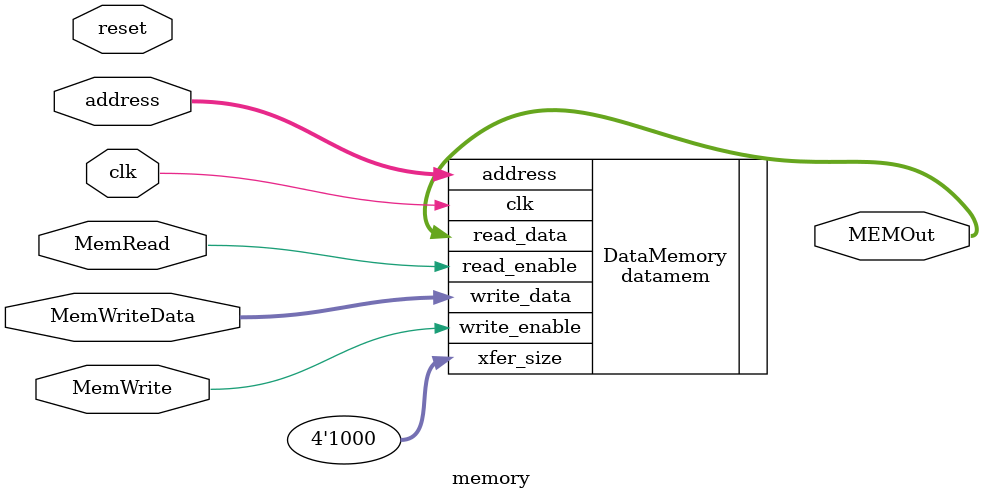
<source format=sv>
`timescale 10ps/10ps

module memory (clk, reset, address, MemWrite, MemRead, MemWriteData, MEMOut);
	 
	 input  logic [63:0] address, MemWriteData;
    input  logic        clk, reset, MemWrite, MemRead;
    
    output logic [63:0] MEMOut;

    datamem DataMemory (.address, .write_enable(MemWrite), .read_enable(MemRead), .write_data(MemWriteData), .clk, .xfer_size(4'b1000), .read_data(MEMOut));

endmodule
</source>
